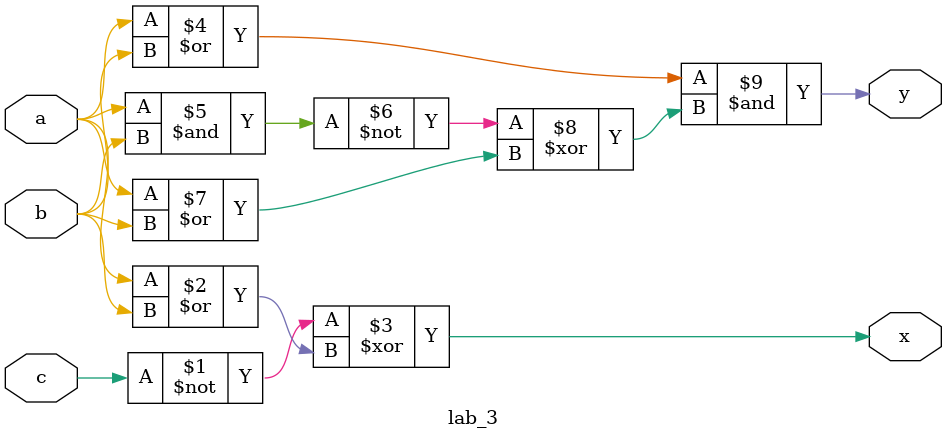
<source format=sv>
module lab_3(output logic x,y,
            input logic a,b,c
            );
   assign x = ~c ^ (a | b);
   assign y = ((a|b) & ((~(a&b))^(a|b)));
endmodule
</source>
